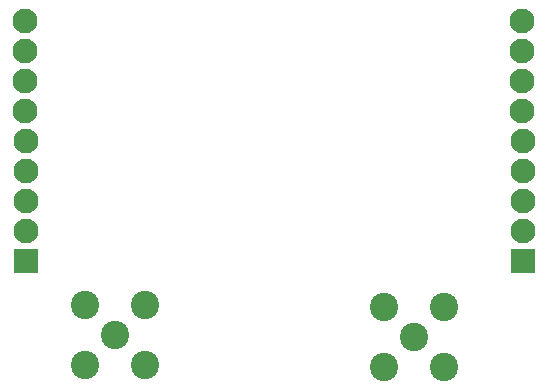
<source format=gbs>
G04 #@! TF.GenerationSoftware,KiCad,Pcbnew,8.0.0-rc1-6-gb7460f29b4*
G04 #@! TF.CreationDate,2025-03-10T21:44:44+01:00*
G04 #@! TF.ProjectId,LO_daughter,4c4f5f64-6175-4676-9874-65722e6b6963,rev?*
G04 #@! TF.SameCoordinates,Original*
G04 #@! TF.FileFunction,Soldermask,Bot*
G04 #@! TF.FilePolarity,Negative*
%FSLAX46Y46*%
G04 Gerber Fmt 4.6, Leading zero omitted, Abs format (unit mm)*
G04 Created by KiCad (PCBNEW 8.0.0-rc1-6-gb7460f29b4) date 2025-03-10 21:44:44*
%MOMM*%
%LPD*%
G01*
G04 APERTURE LIST*
%ADD10C,2.400000*%
%ADD11R,2.100000X2.100000*%
%ADD12C,2.100000*%
G04 APERTURE END LIST*
D10*
X165670000Y-111990000D03*
X163130000Y-109450000D03*
X163130000Y-114530000D03*
X168210000Y-114530000D03*
X168210000Y-109450000D03*
D11*
X174910000Y-105607500D03*
D12*
X174910000Y-103067500D03*
X174910000Y-100527500D03*
X174910000Y-97987500D03*
X174910000Y-95447500D03*
X174885000Y-92907500D03*
X174885000Y-90367500D03*
X174885000Y-87827500D03*
X174885000Y-85282500D03*
D10*
X140380000Y-111880000D03*
X137840000Y-109340000D03*
X137840000Y-114420000D03*
X142920000Y-114420000D03*
X142920000Y-109340000D03*
D11*
X132830000Y-105607500D03*
D12*
X132830000Y-103067500D03*
X132830000Y-100527500D03*
X132830000Y-97987500D03*
X132830000Y-95447500D03*
X132805000Y-92907500D03*
X132805000Y-90367500D03*
X132805000Y-87827500D03*
X132805000Y-85282500D03*
M02*

</source>
